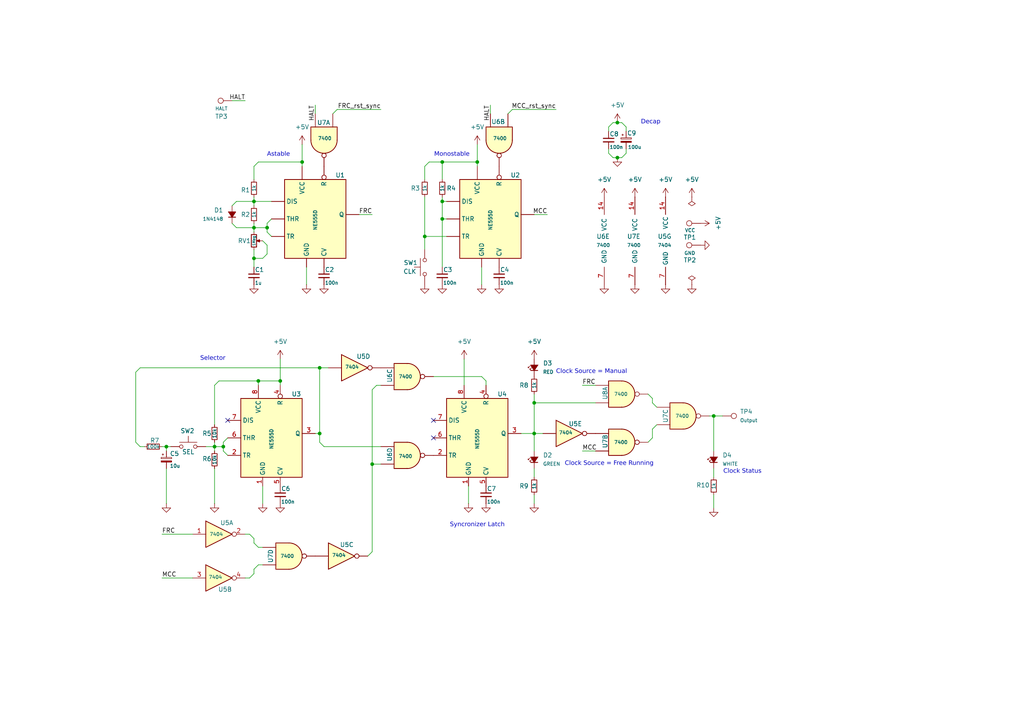
<source format=kicad_sch>
(kicad_sch (version 20231120) (generator "eeschema") (generator_version "8.0")
  (paper "A4")
  (title_block (title "Clock Generation Module"))
  (junction (at 87.63 46.99))
  (junction (at 128.27 46.99))
  (junction (at 62.23 129.54))
  (junction (at 138.43 46.99))
  (junction (at 128.27 58.42))
  (junction (at 154.94 125.73))
  (junction (at 48.26 129.54))
  (junction (at 73.66 58.42))
  (junction (at 207.01 120.65))
  (junction (at 179.07 35.56))
  (junction (at 64.77 129.54))
  (junction (at 73.66 66.04))
  (junction (at 73.66 74.93))
  (junction (at 154.94 116.84))
  (junction (at 123.19 68.58))
  (junction (at 77.47 66.04))
  (junction (at 92.71 106.68))
  (junction (at 74.93 110.49))
  (junction (at 92.71 125.73))
  (junction (at 179.07 45.72))
  (junction (at 128.27 63.5))
  (junction (at 107.95 134.62))
  (junction (at 81.28 110.49))
  (no_connect (at 125.73 127))
  (no_connect (at 125.73 121.92))
  (no_connect (at 66.04 121.92))
  (wire (pts (xy 68.58 66.04) (xy 73.66 66.04)))
  (wire (pts (xy 62.23 129.54) (xy 62.23 130.81)))
  (wire (pts (xy 139.7 77.47) (xy 139.7 82.55)))
  (wire (pts (xy 77.47 64.77) (xy 77.47 66.04)))
  (wire (pts (xy 128.27 58.42) (xy 129.54 58.42)))
  (wire (pts (xy 106.68 161.29) (xy 107.95 160.02)))
  (wire (pts (xy 73.66 77.47) (xy 73.66 74.93)))
  (wire (pts (xy 73.66 66.04) (xy 73.66 67.31)))
  (wire (pts (xy 74.93 158.75) (xy 73.66 157.48)))
  (wire (pts (xy 128.27 58.42) (xy 128.27 63.5)))
  (wire (pts (xy 62.23 128.27) (xy 62.23 129.54)))
  (wire (pts (xy 81.28 104.14) (xy 81.28 110.49)))
  (wire (pts (xy 142.24 30.48) (xy 142.24 33.02)))
  (wire (pts (xy 46.99 154.94) (xy 55.88 154.94)))
  (wire (pts (xy 168.91 111.76) (xy 172.72 111.76)))
  (wire (pts (xy 71.12 154.94) (xy 72.39 154.94)))
  (wire (pts (xy 189.23 124.46) (xy 189.23 127)))
  (wire (pts (xy 73.66 166.37) (xy 72.39 167.64)))
  (wire (pts (xy 128.27 63.5) (xy 129.54 63.5)))
  (wire (pts (xy 154.94 116.84) (xy 172.72 116.84)))
  (wire (pts (xy 48.26 135.89) (xy 48.26 146.05)))
  (wire (pts (xy 73.66 52.07) (xy 73.66 48.26)))
  (wire (pts (xy 176.53 36.83) (xy 177.8 35.56)))
  (wire (pts (xy 74.93 163.83) (xy 76.2 163.83)))
  (wire (pts (xy 91.44 30.48) (xy 91.44 33.02)))
  (wire (pts (xy 73.66 64.77) (xy 73.66 66.04)))
  (wire (pts (xy 73.66 57.15) (xy 73.66 58.42)))
  (wire (pts (xy 107.95 134.62) (xy 107.95 160.02)))
  (wire (pts (xy 88.9 77.47) (xy 88.9 82.55)))
  (wire (pts (xy 140.97 110.49) (xy 140.97 111.76)))
  (wire (pts (xy 207.01 135.89) (xy 207.01 138.43)))
  (wire (pts (xy 190.5 123.19) (xy 189.23 124.46)))
  (wire (pts (xy 73.66 165.1) (xy 73.66 166.37)))
  (wire (pts (xy 93.98 129.54) (xy 92.71 128.27)))
  (wire (pts (xy 73.66 66.04) (xy 77.47 66.04)))
  (wire (pts (xy 73.66 58.42) (xy 73.66 59.69)))
  (wire (pts (xy 39.37 128.27) (xy 39.37 107.95)))
  (wire (pts (xy 104.14 62.23) (xy 107.95 62.23)))
  (wire (pts (xy 97.79 31.75) (xy 110.49 31.75)))
  (wire (pts (xy 176.53 44.45) (xy 177.8 45.72)))
  (wire (pts (xy 181.61 36.83) (xy 180.34 35.56)))
  (wire (pts (xy 73.66 74.93) (xy 73.66 72.39)))
  (wire (pts (xy 151.13 125.73) (xy 154.94 125.73)))
  (wire (pts (xy 154.94 62.23) (xy 158.75 62.23)))
  (wire (pts (xy 71.12 167.64) (xy 72.39 167.64)))
  (wire (pts (xy 148.59 31.75) (xy 161.29 31.75)))
  (wire (pts (xy 139.7 109.22) (xy 140.97 110.49)))
  (wire (pts (xy 190.5 118.11) (xy 189.23 116.84)))
  (wire (pts (xy 59.69 129.54) (xy 62.23 129.54)))
  (wire (pts (xy 73.66 156.21) (xy 73.66 157.48)))
  (wire (pts (xy 73.66 156.21) (xy 72.39 154.94)))
  (wire (pts (xy 76.2 140.97) (xy 76.2 146.05)))
  (wire (pts (xy 209.55 120.65) (xy 207.01 120.65)))
  (wire (pts (xy 181.61 38.1) (xy 181.61 36.83)))
  (wire (pts (xy 168.91 130.81) (xy 172.72 130.81)))
  (wire (pts (xy 180.34 45.72) (xy 181.61 44.45)))
  (wire (pts (xy 207.01 143.51) (xy 207.01 147.32)))
  (wire (pts (xy 128.27 63.5) (xy 128.27 77.47)))
  (wire (pts (xy 96.52 33.02) (xy 97.79 31.75)))
  (wire (pts (xy 179.07 45.72) (xy 180.34 45.72)))
  (wire (pts (xy 73.66 74.93) (xy 76.2 74.93)))
  (wire (pts (xy 177.8 45.72) (xy 179.07 45.72)))
  (wire (pts (xy 87.63 46.99) (xy 87.63 48.26)))
  (wire (pts (xy 74.93 110.49) (xy 74.93 111.76)))
  (wire (pts (xy 154.94 114.3) (xy 154.94 116.84)))
  (wire (pts (xy 154.94 135.89) (xy 154.94 138.43)))
  (wire (pts (xy 41.91 129.54) (xy 40.64 129.54)))
  (wire (pts (xy 63.5 110.49) (xy 74.93 110.49)))
  (wire (pts (xy 66.04 127) (xy 64.77 128.27)))
  (wire (pts (xy 91.44 125.73) (xy 92.71 125.73)))
  (wire (pts (xy 77.47 67.31) (xy 78.74 68.58)))
  (wire (pts (xy 134.62 104.14) (xy 134.62 111.76)))
  (wire (pts (xy 154.94 116.84) (xy 154.94 125.73)))
  (wire (pts (xy 189.23 115.57) (xy 187.96 114.3)))
  (wire (pts (xy 73.66 58.42) (xy 78.74 58.42)))
  (wire (pts (xy 107.95 113.03) (xy 107.95 134.62)))
  (wire (pts (xy 109.22 111.76) (xy 107.95 113.03)))
  (wire (pts (xy 48.26 129.54) (xy 49.53 129.54)))
  (wire (pts (xy 138.43 46.99) (xy 138.43 48.26)))
  (wire (pts (xy 123.19 68.58) (xy 129.54 68.58)))
  (wire (pts (xy 77.47 71.12) (xy 77.47 73.66)))
  (wire (pts (xy 40.64 106.68) (xy 92.71 106.68)))
  (wire (pts (xy 73.66 58.42) (xy 68.58 58.42)))
  (wire (pts (xy 40.64 129.54) (xy 39.37 128.27)))
  (wire (pts (xy 181.61 43.18) (xy 181.61 44.45)))
  (wire (pts (xy 74.93 163.83) (xy 73.66 165.1)))
  (wire (pts (xy 128.27 57.15) (xy 128.27 58.42)))
  (wire (pts (xy 87.63 41.91) (xy 87.63 46.99)))
  (wire (pts (xy 138.43 41.91) (xy 138.43 46.99)))
  (wire (pts (xy 62.23 135.89) (xy 62.23 146.05)))
  (wire (pts (xy 154.94 130.81) (xy 154.94 125.73)))
  (wire (pts (xy 78.74 63.5) (xy 77.47 64.77)))
  (wire (pts (xy 92.71 106.68) (xy 95.25 106.68)))
  (wire (pts (xy 154.94 146.05) (xy 154.94 143.51)))
  (wire (pts (xy 177.8 35.56) (xy 179.07 35.56)))
  (wire (pts (xy 68.58 58.42) (xy 67.31 59.69)))
  (wire (pts (xy 46.99 167.64) (xy 55.88 167.64)))
  (wire (pts (xy 64.77 129.54) (xy 64.77 130.81)))
  (wire (pts (xy 123.19 68.58) (xy 123.19 72.39)))
  (wire (pts (xy 74.93 46.99) (xy 87.63 46.99)))
  (wire (pts (xy 76.2 158.75) (xy 74.93 158.75)))
  (wire (pts (xy 76.2 69.85) (xy 77.47 71.12)))
  (wire (pts (xy 64.77 128.27) (xy 64.77 129.54)))
  (wire (pts (xy 81.28 110.49) (xy 81.28 111.76)))
  (wire (pts (xy 124.46 46.99) (xy 128.27 46.99)))
  (wire (pts (xy 46.99 129.54) (xy 48.26 129.54)))
  (wire (pts (xy 92.71 125.73) (xy 92.71 128.27)))
  (wire (pts (xy 147.32 33.02) (xy 148.59 31.75)))
  (wire (pts (xy 125.73 109.22) (xy 139.7 109.22)))
  (wire (pts (xy 73.66 48.26) (xy 74.93 46.99)))
  (wire (pts (xy 67.31 29.21) (xy 71.12 29.21)))
  (wire (pts (xy 110.49 111.76) (xy 109.22 111.76)))
  (wire (pts (xy 135.89 140.97) (xy 135.89 146.05)))
  (wire (pts (xy 176.53 38.1) (xy 176.53 36.83)))
  (wire (pts (xy 77.47 66.04) (xy 77.47 67.31)))
  (wire (pts (xy 128.27 46.99) (xy 138.43 46.99)))
  (wire (pts (xy 154.94 125.73) (xy 157.48 125.73)))
  (wire (pts (xy 77.47 73.66) (xy 76.2 74.93)))
  (wire (pts (xy 92.71 106.68) (xy 92.71 125.73)))
  (wire (pts (xy 176.53 43.18) (xy 176.53 44.45)))
  (wire (pts (xy 64.77 130.81) (xy 66.04 132.08)))
  (wire (pts (xy 179.07 35.56) (xy 180.34 35.56)))
  (wire (pts (xy 62.23 123.19) (xy 62.23 111.76)))
  (wire (pts (xy 207.01 120.65) (xy 207.01 130.81)))
  (wire (pts (xy 205.74 120.65) (xy 207.01 120.65)))
  (wire (pts (xy 67.31 64.77) (xy 68.58 66.04)))
  (wire (pts (xy 62.23 129.54) (xy 64.77 129.54)))
  (wire (pts (xy 48.26 129.54) (xy 48.26 130.81)))
  (wire (pts (xy 189.23 115.57) (xy 189.23 116.84)))
  (wire (pts (xy 107.95 134.62) (xy 110.49 134.62)))
  (wire (pts (xy 123.19 48.26) (xy 124.46 46.99)))
  (wire (pts (xy 123.19 57.15) (xy 123.19 68.58)))
  (wire (pts (xy 110.49 129.54) (xy 93.98 129.54)))
  (wire (pts (xy 123.19 52.07) (xy 123.19 48.26)))
  (wire (pts (xy 39.37 107.95) (xy 40.64 106.68)))
  (wire (pts (xy 62.23 111.76) (xy 63.5 110.49)))
  (wire (pts (xy 189.23 127) (xy 187.96 128.27)))
  (wire (pts (xy 128.27 46.99) (xy 128.27 52.07)))
  (wire (pts (xy 74.93 110.49) (xy 81.28 110.49)))
  (text "Clock Status" (at 209.804 137.16 0) (effects (font (size 1.27 1.27)) (justify left)))
  (text "Syncronizer Latch" (at 138.43 152.654 0) (effects (font (size 1.27 1.27))))
  (text "Astable" (at 80.772 45.212 0) (effects (font (size 1.27 1.27))))
  (text "Clock Source = Free Running" (at 163.83 134.874 0) (effects (font (size 1.27 1.27)) (justify left)))
  (text "Monostable" (at 131.064 45.212 0) (effects (font (size 1.27 1.27))))
  (text "Selector" (at 61.722 104.394 0) (effects (font (size 1.27 1.27))))
  (text "Clock Source = Manual" (at 161.29 108.204 0) (effects (font (size 1.27 1.27)) (justify left)))
  (text "Decap" (at 188.722 35.814 0) (effects (font (size 1.27 1.27))))
  (label "HALT" (at 71.12 29.21 180))
  (label "HALT" (at 142.24 30.48 270))
  (label "FRC" (at 168.91 111.76 0))
  (label "MCC" (at 158.75 62.23 180))
  (label "FRC" (at 46.99 154.94 0))
  (label "MCC" (at 46.99 167.64 0))
  (label "MCC" (at 168.91 130.81 0))
  (label "MCC_rst_sync" (at 161.29 31.75 180))
  (label "FRC_rst_sync" (at 110.49 31.75 180))
  (label "HALT" (at 91.44 30.48 270))
  (label "FRC" (at 107.95 62.23 180))
  (symbol (lib_id "8bitcomp:7404") (at 63.5 167.64 0) (unit 2)
    (property "Reference" "U5" (at 65.278 170.942 0))
    (property "Value" "7404" (at 62.484 167.386 0) (effects (font (size 1 1))))
    (property "Footprint" "8bitcomp:SOIC-14_3.9x8.7mm_P1.27mm" (effects (hide yes)))
    (property "Datasheet" "http://www.ti.com/lit/gpn/sn74LS04" (effects (hide yes)))
    (property "Description" "Hex Inverter" (effects (hide yes)))
  )
  (symbol (lib_id "8bitcomp:+5V") (at 134.62 104.14 0) (unit 1)
    (property "Reference" "#PWR010" (effects (hide yes)))
    (property "Value" "+5V" (at 134.62 99.06 0))
    (property "Description" "Power symbol creates a global label with name \"+5V\"" (effects (hide yes)))
  )
  (symbol (lib_id "8bitcomp:GND") (at 154.94 146.05 0) (unit 1)
    (property "Reference" "#PWR029" (effects (hide yes)))
    (property "Value" "GND" (effects (hide yes)))
    (property "Description" "Power symbol creates a global label with name \"GND\" , ground" (effects (hide yes)))
  )
  (symbol (lib_id "8bitcomp:Res") (at 62.23 133.35 0) (unit 1)
    (property "Reference" "R6" (at 58.674 133.096 0) (effects (justify left)))
    (property "Value" "10k" (at 62.23 133.35 90) (effects (font (size 1 1))))
    (property "Footprint" "8bitcomp:R_0603_1608Metric_Pad0.98x0.95mm_HandSolder" (effects (hide yes)))
    (property "Description" "Resistor, small symbol" (effects (hide yes)))
  )
  (symbol (lib_id "8bitcomp:+5V") (at 200.66 57.15 0) (unit 1)
    (property "Reference" "#PWR08" (effects (hide yes)))
    (property "Value" "+5V" (at 200.66 52.07 0))
    (property "Description" "Power symbol creates a global label with name \"+5V\"" (effects (hide yes)))
  )
  (symbol (lib_name "7400_7") (lib_id "8bitcomp:7400") (at 180.34 114.3 0) (unit 1)
    (property "Reference" "U8" (at 175.514 114.046 90))
    (property "Value" "7400" (at 180.086 114.3 0) (effects (font (size 1 1))))
    (property "Footprint" "8bitcomp:SOIC-14_3.9x8.7mm_P1.27mm" (effects (hide yes)))
    (property "Datasheet" "http://www.ti.com/lit/gpn/sn7400" (effects (hide yes)))
    (property "Description" "quad 2-input NAND gate" (effects (hide yes)))
  )
  (symbol (lib_name "7404_1") (lib_id "8bitcomp:7404") (at 102.87 106.68 0) (unit 4)
    (property "Reference" "U5" (at 105.41 103.378 0))
    (property "Value" "7404" (at 102.108 106.426 0) (effects (font (size 1 1))))
    (property "Footprint" "8bitcomp:SOIC-14_3.9x8.7mm_P1.27mm" (effects (hide yes)))
    (property "Datasheet" "http://www.ti.com/lit/gpn/sn74LS04" (effects (hide yes)))
    (property "Description" "Hex Inverter" (effects (hide yes)))
  )
  (symbol (lib_id "8bitcomp:+5V") (at 179.07 35.56 0) (unit 1)
    (property "Reference" "#PWR031" (effects (hide yes)))
    (property "Value" "+5V" (at 179.07 30.48 0))
    (property "Description" "Power symbol creates a global label with name \"+5V\"" (effects (hide yes)))
  )
  (symbol (lib_name "NE555D_1") (lib_id "8bitcomp:NE555D") (at 91.44 63.5 0) (unit 1)
    (property "Reference" "U1" (at 97.282 50.8 0) (effects (justify left)))
    (property "Value" "NE555D" (at 91.44 66.802 90) (effects (font (size 1 1)) (justify left)))
    (property "Footprint" "8bitcomp:SOIC-8_3.9x4.9mm_P1.27mm" (effects (hide yes)))
    (property "Datasheet" "http://www.ti.com/lit/ds/symlink/ne555.pdf" (effects (hide yes)))
    (property "Description" "Precision Timers, 555 compatible, SOIC-8" (effects (hide yes)))
  )
  (symbol (lib_id "8bitcomp:Cap") (at 128.27 80.01 0) (unit 1)
    (property "Reference" "C3" (at 128.524 78.232 0) (effects (justify left)))
    (property "Value" "100n" (at 128.524 82.042 0) (effects (font (size 1 1)) (justify left)))
    (property "Footprint" "8bitcomp:C_0603_1608Metric_Pad1.08x0.95mm_HandSolder" (effects (hide yes)))
    (property "Description" "Unpolarized capacitor, small symbol" (effects (hide yes)))
  )
  (symbol (lib_id "8bitcomp:Cap-Polarized") (at 181.61 40.64 0) (unit 1)
    (property "Reference" "C9" (at 181.864 38.608 0) (effects (justify left)))
    (property "Value" "100u" (at 182.118 42.672 0) (effects (font (size 1 1)) (justify left)))
    (property "Footprint" "8bitcomp:CP_EIA-3216-18_Kemet-A" (effects (hide yes)))
    (property "Description" "Polarized capacitor, small symbol" (effects (hide yes)))
  )
  (symbol (lib_id "8bitcomp:Res") (at 207.01 140.97 0) (unit 1)
    (property "Reference" "R10" (at 201.93 140.716 0) (effects (justify left)))
    (property "Value" "1k" (at 207.01 140.97 90) (effects (font (size 1 1))))
    (property "Footprint" "8bitcomp:R_0603_1608Metric_Pad0.98x0.95mm_HandSolder" (effects (hide yes)))
    (property "Description" "Resistor, small symbol" (effects (hide yes)))
  )
  (symbol (lib_id "8bitcomp:Res") (at 128.27 54.61 0) (unit 1)
    (property "Reference" "R4" (at 129.54 54.61 0) (effects (justify left)))
    (property "Value" "1k" (at 128.27 54.61 90) (effects (font (size 1 1))))
    (property "Footprint" "8bitcomp:R_0603_1608Metric_Pad0.98x0.95mm_HandSolder" (effects (hide yes)))
    (property "Description" "Resistor, small symbol" (effects (hide yes)))
  )
  (symbol (lib_id "8bitcomp:GND") (at 123.19 82.55 0) (unit 1)
    (property "Reference" "#PWR014" (effects (hide yes)))
    (property "Value" "GND" (effects (hide yes)))
    (property "Description" "Power symbol creates a global label with name \"GND\" , ground" (effects (hide yes)))
  )
  (symbol (lib_id "8bitcomp:GND") (at 76.2 146.05 0) (unit 1)
    (property "Reference" "#PWR025" (effects (hide yes)))
    (property "Value" "GND" (effects (hide yes)))
    (property "Description" "Power symbol creates a global label with name \"GND\" , ground" (effects (hide yes)))
  )
  (symbol (lib_id "8bitcomp:Cap") (at 93.98 80.01 0) (unit 1)
    (property "Reference" "C2" (at 94.234 78.232 0) (effects (justify left)))
    (property "Value" "100n" (at 94.234 82.042 0) (effects (font (size 1 1)) (justify left)))
    (property "Footprint" "8bitcomp:C_0603_1608Metric_Pad1.08x0.95mm_HandSolder" (effects (hide yes)))
    (property "Description" "Unpolarized capacitor, small symbol" (effects (hide yes)))
  )
  (symbol (lib_id "8bitcomp:+5V") (at 175.26 57.15 0) (unit 1)
    (property "Reference" "#PWR05" (effects (hide yes)))
    (property "Value" "+5V" (at 175.26 52.07 0))
    (property "Description" "Power symbol creates a global label with name \"+5V\"" (effects (hide yes)))
  )
  (symbol (lib_id "8bitcomp:TestPoint") (at 209.55 120.65 270) (unit 1)
    (property "Reference" "TP4" (at 214.63 119.3799 90) (effects (justify left)))
    (property "Value" "Output" (at 214.63 121.92 90) (effects (font (size 1 1)) (justify left)))
    (property "Footprint" "8bitcomp:TestPoint_Pad_D3.0mm" (effects (hide yes)))
    (property "Description" "test point" (effects (hide yes)))
  )
  (symbol (lib_name "7400_8") (lib_id "8bitcomp:7400") (at 198.12 120.65 0) (unit 3)
    (property "Reference" "U7" (at 193.04 120.65 90))
    (property "Value" "7400" (at 197.866 120.65 0) (effects (font (size 1 1))))
    (property "Footprint" "8bitcomp:SOIC-14_3.9x8.7mm_P1.27mm" (effects (hide yes)))
    (property "Datasheet" "http://www.ti.com/lit/gpn/sn7400" (effects (hide yes)))
    (property "Description" "quad 2-input NAND gate" (effects (hide yes)))
  )
  (symbol (lib_id "8bitcomp:GND") (at 179.07 45.72 0) (unit 1)
    (property "Reference" "#PWR032" (effects (hide yes)))
    (property "Value" "GND" (effects (hide yes)))
    (property "Description" "Power symbol creates a global label with name \"GND\" , ground" (effects (hide yes)))
  )
  (symbol (lib_id "8bitcomp:TestPoint") (at 203.2 64.77 90) (unit 1)
    (property "Reference" "TP1" (at 201.93 68.834 90) (effects (justify left)))
    (property "Value" "VCC" (at 201.676 66.802 90) (effects (font (size 1 1)) (justify left)))
    (property "Footprint" "8bitcomp:TestPoint_Pad_D3.0mm" (effects (hide yes)))
    (property "Description" "test point" (effects (hide yes)))
  )
  (symbol (lib_id "8bitcomp:+5V") (at 203.2 64.77 270) (unit 1)
    (property "Reference" "#PWR03" (effects (hide yes)))
    (property "Value" "+5V" (at 208.28 64.77 0))
    (property "Description" "Power symbol creates a global label with name \"+5V\"" (effects (hide yes)))
  )
  (symbol (lib_id "power:PWR_FLAG") (at 200.66 57.15 180) (unit 1)
    (property "Reference" "#FLG02" (effects (hide yes)))
    (property "Value" "PWR_FLAG" (effects (hide yes)))
    (property "Description" "Special symbol for telling ERC where power comes from" (effects (hide yes)))
  )
  (symbol (lib_id "8bitcomp:Res") (at 73.66 54.61 0) (unit 1)
    (property "Reference" "R1" (at 69.85 55.118 0) (effects (justify left)))
    (property "Value" "1k" (at 73.66 54.61 90) (effects (font (size 1 1))))
    (property "Footprint" "8bitcomp:R_0603_1608Metric_Pad0.98x0.95mm_HandSolder" (effects (hide yes)))
    (property "Description" "Resistor, small symbol" (effects (hide yes)))
  )
  (symbol (lib_id "8bitcomp:GND") (at 207.01 147.32 0) (unit 1)
    (property "Reference" "#PWR030" (effects (hide yes)))
    (property "Value" "GND" (effects (hide yes)))
    (property "Description" "Power symbol creates a global label with name \"GND\" , ground" (effects (hide yes)))
  )
  (symbol (lib_id "8bitcomp:NE555D") (at 138.43 127 0) (unit 1)
    (property "Reference" "U4" (at 144.272 114.3 0) (effects (justify left)))
    (property "Value" "NE555D" (at 138.43 130.302 90) (effects (font (size 1 1)) (justify left)))
    (property "Footprint" "8bitcomp:SOIC-8_3.9x4.9mm_P1.27mm" (effects (hide yes)))
    (property "Datasheet" "http://www.ti.com/lit/ds/symlink/ne555.pdf" (effects (hide yes)))
    (property "Description" "Precision Timers, 555 compatible, SOIC-8" (effects (hide yes)))
  )
  (symbol (lib_id "8bitcomp:+5V") (at 81.28 104.14 0) (unit 1)
    (property "Reference" "#PWR09" (effects (hide yes)))
    (property "Value" "+5V" (at 81.28 99.06 0))
    (property "Description" "Power symbol creates a global label with name \"+5V\"" (effects (hide yes)))
  )
  (symbol (lib_id "8bitcomp:GND") (at 128.27 82.55 0) (unit 1)
    (property "Reference" "#PWR015" (effects (hide yes)))
    (property "Value" "GND" (effects (hide yes)))
    (property "Description" "Power symbol creates a global label with name \"GND\" , ground" (effects (hide yes)))
  )
  (symbol (lib_id "8bitcomp:GND") (at 135.89 146.05 0) (unit 1)
    (property "Reference" "#PWR027" (effects (hide yes)))
    (property "Value" "GND" (effects (hide yes)))
    (property "Description" "Power symbol creates a global label with name \"GND\" , ground" (effects (hide yes)))
  )
  (symbol (lib_id "8bitcomp:Res") (at 154.94 111.76 0) (unit 1)
    (property "Reference" "R8" (at 150.622 111.76 0) (effects (justify left)))
    (property "Value" "1k" (at 154.94 111.76 90) (effects (font (size 1 1))))
    (property "Footprint" "8bitcomp:R_0603_1608Metric_Pad0.98x0.95mm_HandSolder" (effects (hide yes)))
    (property "Description" "Resistor, small symbol" (effects (hide yes)))
  )
  (symbol (lib_id "8bitcomp:7400") (at 184.15 69.85 0) (unit 5)
    (property "Reference" "U7" (at 181.864 68.58 0) (effects (justify left)))
    (property "Value" "7400" (at 181.864 71.1201 0) (effects (font (size 1 1)) (justify left)))
    (property "Footprint" "8bitcomp:SOIC-14_3.9x8.7mm_P1.27mm" (effects (hide yes)))
    (property "Datasheet" "http://www.ti.com/lit/gpn/sn7400" (effects (hide yes)))
    (property "Description" "quad 2-input NAND gate" (effects (hide yes)))
  )
  (symbol (lib_id "8bitcomp:+5V") (at 184.15 57.15 0) (unit 1)
    (property "Reference" "#PWR06" (effects (hide yes)))
    (property "Value" "+5V" (at 184.15 52.07 0))
    (property "Description" "Power symbol creates a global label with name \"+5V\"" (effects (hide yes)))
  )
  (symbol (lib_id "8bitcomp:GND") (at 144.78 82.55 0) (unit 1)
    (property "Reference" "#PWR017" (effects (hide yes)))
    (property "Value" "GND" (effects (hide yes)))
    (property "Description" "Power symbol creates a global label with name \"GND\" , ground" (effects (hide yes)))
  )
  (symbol (lib_id "8bitcomp:GND") (at 81.28 146.05 0) (unit 1)
    (property "Reference" "#PWR026" (effects (hide yes)))
    (property "Value" "GND" (effects (hide yes)))
    (property "Description" "Power symbol creates a global label with name \"GND\" , ground" (effects (hide yes)))
  )
  (symbol (lib_id "8bitcomp:GND") (at 200.66 82.55 0) (unit 1)
    (property "Reference" "#PWR021" (effects (hide yes)))
    (property "Value" "GND" (effects (hide yes)))
    (property "Description" "Power symbol creates a global label with name \"GND\" , ground" (effects (hide yes)))
  )
  (symbol (lib_id "8bitcomp:GND") (at 93.98 82.55 0) (unit 1)
    (property "Reference" "#PWR013" (effects (hide yes)))
    (property "Value" "GND" (effects (hide yes)))
    (property "Description" "Power symbol creates a global label with name \"GND\" , ground" (effects (hide yes)))
  )
  (symbol (lib_id "8bitcomp:GND") (at 48.26 146.05 0) (unit 1)
    (property "Reference" "#PWR023" (effects (hide yes)))
    (property "Value" "GND" (effects (hide yes)))
    (property "Description" "Power symbol creates a global label with name \"GND\" , ground" (effects (hide yes)))
  )
  (symbol (lib_id "8bitcomp:Res") (at 123.19 54.61 0) (unit 1)
    (property "Reference" "R3" (at 119.126 54.61 0) (effects (justify left)))
    (property "Value" "1k" (at 123.19 54.61 90) (effects (font (size 1 1))))
    (property "Footprint" "8bitcomp:R_0603_1608Metric_Pad0.98x0.95mm_HandSolder" (effects (hide yes)))
    (property "Description" "Resistor, small symbol" (effects (hide yes)))
  )
  (symbol (lib_name "7400_2") (lib_id "8bitcomp:7400") (at 144.78 40.64 270) (unit 2)
    (property "Reference" "U6" (at 142.494 35.306 90) (effects (justify left)))
    (property "Value" "7400" (at 143.002 40.132 90) (effects (font (size 1 1)) (justify left)))
    (property "Footprint" "8bitcomp:SOIC-14_3.9x8.7mm_P1.27mm" (effects (hide yes)))
    (property "Datasheet" "http://www.ti.com/lit/gpn/sn7400" (effects (hide yes)))
    (property "Description" "quad 2-input NAND gate" (effects (hide yes)))
  )
  (symbol (lib_id "8bitcomp:TestPoint") (at 67.31 29.21 90) (unit 1)
    (property "Reference" "TP3" (at 66.04 33.782 90) (effects (justify left)))
    (property "Value" "HALT" (at 66.04 31.496 90) (effects (font (size 1 1)) (justify left)))
    (property "Footprint" "8bitcomp:TestPoint_Pad_D3.0mm" (effects (hide yes)))
    (property "Description" "test point" (effects (hide yes)))
  )
  (symbol (lib_id "8bitcomp:Diode") (at 67.31 62.23 270) (mirror x) (unit 1)
    (property "Reference" "D1" (at 64.77 60.9599 90) (effects (justify right)))
    (property "Value" "1N4148" (at 64.77 63.5 90) (effects (font (size 1 1)) (justify right)))
    (property "Footprint" "8bitcomp:D_SOD-323" (effects (hide yes)))
    (property "Description" "Diode, small symbol, filled shape" (effects (hide yes)))
    (property "Sim.Device" "D" (effects (hide yes)))
    (property "Sim.Pins" "1=K 2=A" (effects (hide yes)))
  )
  (symbol (lib_name "7400_4") (lib_id "8bitcomp:7400") (at 118.11 109.22 0) (unit 3)
    (property "Reference" "U6" (at 113.03 108.966 90))
    (property "Value" "7400" (at 117.602 109.22 0) (effects (font (size 1 1))))
    (property "Footprint" "8bitcomp:SOIC-14_3.9x8.7mm_P1.27mm" (effects (hide yes)))
    (property "Datasheet" "http://www.ti.com/lit/gpn/sn7400" (effects (hide yes)))
    (property "Description" "quad 2-input NAND gate" (effects (hide yes)))
  )
  (symbol (lib_id "8bitcomp:+5V") (at 154.94 104.14 0) (unit 1)
    (property "Reference" "#PWR011" (effects (hide yes)))
    (property "Value" "+5V" (at 154.94 99.06 0))
    (property "Description" "Power symbol creates a global label with name \"+5V\"" (effects (hide yes)))
  )
  (symbol (lib_id "8bitcomp:Cap") (at 81.28 143.51 0) (unit 1)
    (property "Reference" "C6" (at 81.534 141.732 0) (effects (justify left)))
    (property "Value" "100n" (at 81.534 145.542 0) (effects (font (size 1 1)) (justify left)))
    (property "Footprint" "8bitcomp:C_0603_1608Metric_Pad1.08x0.95mm_HandSolder" (effects (hide yes)))
    (property "Description" "Unpolarized capacitor, small symbol" (effects (hide yes)))
  )
  (symbol (lib_id "8bitcomp:+5V") (at 87.63 41.91 0) (unit 1)
    (property "Reference" "#PWR01" (effects (hide yes)))
    (property "Value" "+5V" (at 87.63 36.83 0))
    (property "Description" "Power symbol creates a global label with name \"+5V\"" (effects (hide yes)))
  )
  (symbol (lib_id "8bitcomp:Cap") (at 140.97 143.51 0) (unit 1)
    (property "Reference" "C7" (at 141.224 141.732 0) (effects (justify left)))
    (property "Value" "100n" (at 141.224 145.542 0) (effects (font (size 1 1)) (justify left)))
    (property "Footprint" "8bitcomp:C_0603_1608Metric_Pad1.08x0.95mm_HandSolder" (effects (hide yes)))
    (property "Description" "Unpolarized capacitor, small symbol" (effects (hide yes)))
  )
  (symbol (lib_id "8bitcomp:7404") (at 63.5 154.94 0) (unit 1)
    (property "Reference" "U5" (at 65.786 151.638 0))
    (property "Value" "7404" (at 62.738 154.94 0) (effects (font (size 1 1))))
    (property "Footprint" "8bitcomp:SOIC-14_3.9x8.7mm_P1.27mm" (effects (hide yes)))
    (property "Datasheet" "http://www.ti.com/lit/gpn/sn74LS04" (effects (hide yes)))
    (property "Description" "Hex Inverter" (effects (hide yes)))
  )
  (symbol (lib_name "7400_3") (lib_id "8bitcomp:7400") (at 118.11 132.08 0) (unit 4)
    (property "Reference" "U6" (at 113.03 131.826 90))
    (property "Value" "7400" (at 117.602 132.334 0) (effects (font (size 1 1))))
    (property "Footprint" "8bitcomp:SOIC-14_3.9x8.7mm_P1.27mm" (effects (hide yes)))
    (property "Datasheet" "http://www.ti.com/lit/gpn/sn7400" (effects (hide yes)))
    (property "Description" "quad 2-input NAND gate" (effects (hide yes)))
  )
  (symbol (lib_id "8bitcomp:GND") (at 193.04 82.55 0) (unit 1)
    (property "Reference" "#PWR020" (effects (hide yes)))
    (property "Value" "GND" (effects (hide yes)))
    (property "Description" "Power symbol creates a global label with name \"GND\" , ground" (effects (hide yes)))
  )
  (symbol (lib_id "8bitcomp:Res") (at 154.94 140.97 0) (unit 1)
    (property "Reference" "R9" (at 150.622 140.97 0) (effects (justify left)))
    (property "Value" "1k" (at 154.94 140.97 90) (effects (font (size 1 1))))
    (property "Footprint" "8bitcomp:R_0603_1608Metric_Pad0.98x0.95mm_HandSolder" (effects (hide yes)))
    (property "Description" "Resistor, small symbol" (effects (hide yes)))
  )
  (symbol (lib_name "7404_2") (lib_id "8bitcomp:7404") (at 99.06 161.29 0) (unit 3)
    (property "Reference" "U5" (at 100.584 157.988 0))
    (property "Value" "7404" (at 98.298 161.036 0) (effects (font (size 1 1))))
    (property "Footprint" "8bitcomp:SOIC-14_3.9x8.7mm_P1.27mm" (effects (hide yes)))
    (property "Datasheet" "http://www.ti.com/lit/gpn/sn74LS04" (effects (hide yes)))
    (property "Description" "Hex Inverter" (effects (hide yes)))
  )
  (symbol (lib_id "8bitcomp:TestPoint") (at 203.2 71.12 90) (unit 1)
    (property "Reference" "TP2" (at 201.93 75.438 90) (effects (justify left)))
    (property "Value" "GND" (at 201.676 73.406 90) (effects (font (size 1 1)) (justify left)))
    (property "Footprint" "8bitcomp:TestPoint_Pad_D3.0mm" (effects (hide yes)))
    (property "Description" "test point" (effects (hide yes)))
  )
  (symbol (lib_id "8bitcomp:NE555D") (at 78.74 127 0) (unit 1)
    (property "Reference" "U3" (at 84.582 114.3 0) (effects (justify left)))
    (property "Value" "NE555D" (at 78.74 130.302 90) (effects (font (size 1 1)) (justify left)))
    (property "Footprint" "8bitcomp:SOIC-8_3.9x4.9mm_P1.27mm" (effects (hide yes)))
    (property "Datasheet" "http://www.ti.com/lit/ds/symlink/ne555.pdf" (effects (hide yes)))
    (property "Description" "Precision Timers, 555 compatible, SOIC-8" (effects (hide yes)))
  )
  (symbol (lib_id "power:PWR_FLAG") (at 200.66 82.55 0) (unit 1)
    (property "Reference" "#FLG01" (effects (hide yes)))
    (property "Value" "PWR_FLAG" (effects (hide yes)))
    (property "Description" "Special symbol for telling ERC where power comes from" (effects (hide yes)))
  )
  (symbol (lib_id "8bitcomp:Cap") (at 73.66 80.01 0) (unit 1)
    (property "Reference" "C1" (at 73.914 78.232 0) (effects (justify left)))
    (property "Value" "1u" (at 73.914 82.042 0) (effects (font (size 1 1)) (justify left)))
    (property "Footprint" "8bitcomp:C_0603_1608Metric_Pad1.08x0.95mm_HandSolder" (effects (hide yes)))
    (property "Description" "Unpolarized capacitor, small symbol" (effects (hide yes)))
  )
  (symbol (lib_name "7400_6") (lib_id "8bitcomp:7400") (at 180.34 128.27 0) (unit 2)
    (property "Reference" "U7" (at 175.514 128.016 90))
    (property "Value" "7400" (at 180.086 128.27 0) (effects (font (size 1 1))))
    (property "Footprint" "8bitcomp:SOIC-14_3.9x8.7mm_P1.27mm" (effects (hide yes)))
    (property "Datasheet" "http://www.ti.com/lit/gpn/sn7400" (effects (hide yes)))
    (property "Description" "quad 2-input NAND gate" (effects (hide yes)))
  )
  (symbol (lib_id "8bitcomp:7404") (at 193.04 69.85 0) (unit 7)
    (property "Reference" "U5" (at 190.754 68.58 0) (effects (justify left)))
    (property "Value" "7404" (at 190.754 71.1201 0) (effects (font (size 1 1)) (justify left)))
    (property "Footprint" "8bitcomp:SOIC-14_3.9x8.7mm_P1.27mm" (effects (hide yes)))
    (property "Datasheet" "http://www.ti.com/lit/gpn/sn74LS04" (effects (hide yes)))
    (property "Description" "Hex Inverter" (effects (hide yes)))
  )
  (symbol (lib_id "8bitcomp:+5V") (at 138.43 41.91 0) (unit 1)
    (property "Reference" "#PWR02" (effects (hide yes)))
    (property "Value" "+5V" (at 138.43 36.83 0))
    (property "Description" "Power symbol creates a global label with name \"+5V\"" (effects (hide yes)))
  )
  (symbol (lib_id "8bitcomp:7400") (at 175.26 69.85 0) (unit 5)
    (property "Reference" "U6" (at 172.974 68.58 0) (effects (justify left)))
    (property "Value" "7400" (at 172.974 71.1201 0) (effects (font (size 1 1)) (justify left)))
    (property "Footprint" "8bitcomp:SOIC-14_3.9x8.7mm_P1.27mm" (effects (hide yes)))
    (property "Datasheet" "http://www.ti.com/lit/gpn/sn7400" (effects (hide yes)))
    (property "Description" "quad 2-input NAND gate" (effects (hide yes)))
  )
  (symbol (lib_name "7404_3") (lib_id "8bitcomp:7404") (at 165.1 125.73 0) (unit 5)
    (property "Reference" "U5" (at 166.878 122.936 0))
    (property "Value" "7404" (at 164.084 125.476 0) (effects (font (size 1 1))))
    (property "Footprint" "8bitcomp:SOIC-14_3.9x8.7mm_P1.27mm" (effects (hide yes)))
    (property "Datasheet" "http://www.ti.com/lit/gpn/sn74LS04" (effects (hide yes)))
    (property "Description" "Hex Inverter" (effects (hide yes)))
  )
  (symbol (lib_id "8bitcomp:Res") (at 62.23 125.73 0) (unit 1)
    (property "Reference" "R5" (at 58.674 125.73 0) (effects (justify left)))
    (property "Value" "10k" (at 62.23 125.73 90) (effects (font (size 1 1))))
    (property "Footprint" "8bitcomp:R_0603_1608Metric_Pad0.98x0.95mm_HandSolder" (effects (hide yes)))
    (property "Description" "Resistor, small symbol" (effects (hide yes)))
  )
  (symbol (lib_id "8bitcomp:TacatileSW") (at 54.61 129.54 0) (unit 1)
    (property "Reference" "SW2" (at 52.324 124.968 0) (effects (justify left)))
    (property "Value" "SEL" (at 54.61 131.064 0))
    (property "Footprint" "8bitcomp:SW_SPST_EVQPE1" (effects (hide yes)))
    (property "Description" "Push button switch, generic, two pins" (effects (hide yes)))
  )
  (symbol (lib_id "8bitcomp:TacatileSW") (at 123.19 77.47 90) (unit 1)
    (property "Reference" "SW1" (at 121.158 76.2 90) (effects (justify left)))
    (property "Value" "CLK" (at 118.872 78.74 90))
    (property "Footprint" "8bitcomp:SW_SPST_EVQPE1" (effects (hide yes)))
    (property "Description" "Push button switch, generic, two pins" (effects (hide yes)))
  )
  (symbol (lib_id "8bitcomp:LED") (at 154.94 133.35 90) (unit 1)
    (property "Reference" "D2" (at 157.48 132.0164 90) (effects (justify right)))
    (property "Value" "GREEN" (at 157.48 134.5565 90) (effects (font (size 1 1)) (justify right)))
    (property "Footprint" "8bitcomp:LED_0603_1608Metric" (effects (hide yes)))
    (property "Description" "Light emitting diode, small symbol, filled shape" (effects (hide yes)))
  )
  (symbol (lib_name "7400_5") (lib_id "8bitcomp:7400") (at 83.82 161.29 0) (unit 4)
    (property "Reference" "U7" (at 78.486 161.29 90))
    (property "Value" "7400" (at 83.312 161.29 0) (effects (font (size 1 1))))
    (property "Footprint" "8bitcomp:SOIC-14_3.9x8.7mm_P1.27mm" (effects (hide yes)))
    (property "Datasheet" "http://www.ti.com/lit/gpn/sn7400" (effects (hide yes)))
    (property "Description" "quad 2-input NAND gate" (effects (hide yes)))
  )
  (symbol (lib_name "7400_1") (lib_id "8bitcomp:7400") (at 93.98 40.64 270) (unit 1)
    (property "Reference" "U7" (at 91.948 35.56 90) (effects (justify left)))
    (property "Value" "7400" (at 92.202 40.132 90) (effects (font (size 1 1)) (justify left)))
    (property "Footprint" "8bitcomp:SOIC-14_3.9x8.7mm_P1.27mm" (effects (hide yes)))
    (property "Datasheet" "http://www.ti.com/lit/gpn/sn7400" (effects (hide yes)))
    (property "Description" "quad 2-input NAND gate" (effects (hide yes)))
  )
  (symbol (lib_id "8bitcomp:GND") (at 139.7 82.55 0) (unit 1)
    (property "Reference" "#PWR016" (effects (hide yes)))
    (property "Value" "GND" (effects (hide yes)))
    (property "Description" "Power symbol creates a global label with name \"GND\" , ground" (effects (hide yes)))
  )
  (symbol (lib_id "8bitcomp:Cap") (at 176.53 40.64 0) (unit 1)
    (property "Reference" "C8" (at 176.784 38.862 0) (effects (justify left)))
    (property "Value" "100n" (at 176.784 42.672 0) (effects (font (size 1 1)) (justify left)))
    (property "Footprint" "8bitcomp:C_0603_1608Metric_Pad1.08x0.95mm_HandSolder" (effects (hide yes)))
    (property "Description" "Unpolarized capacitor, small symbol" (effects (hide yes)))
  )
  (symbol (lib_id "8bitcomp:GND") (at 88.9 82.55 0) (unit 1)
    (property "Reference" "#PWR012" (effects (hide yes)))
    (property "Value" "GND" (effects (hide yes)))
    (property "Description" "Power symbol creates a global label with name \"GND\" , ground" (effects (hide yes)))
  )
  (symbol (lib_id "8bitcomp:GND") (at 184.15 82.55 0) (unit 1)
    (property "Reference" "#PWR019" (effects (hide yes)))
    (property "Value" "GND" (effects (hide yes)))
    (property "Description" "Power symbol creates a global label with name \"GND\" , ground" (effects (hide yes)))
  )
  (symbol (lib_id "8bitcomp:+5V") (at 193.04 57.15 0) (unit 1)
    (property "Reference" "#PWR07" (effects (hide yes)))
    (property "Value" "+5V" (at 193.04 52.07 0))
    (property "Description" "Power symbol creates a global label with name \"+5V\"" (effects (hide yes)))
  )
  (symbol (lib_id "8bitcomp:LED") (at 154.94 106.68 90) (unit 1)
    (property "Reference" "D3" (at 157.48 105.3464 90) (effects (justify right)))
    (property "Value" "RED" (at 157.48 107.8865 90) (effects (font (size 1 1)) (justify right)))
    (property "Footprint" "8bitcomp:LED_0603_1608Metric" (effects (hide yes)))
    (property "Description" "Light emitting diode, small symbol, filled shape" (effects (hide yes)))
  )
  (symbol (lib_id "8bitcomp:Cap") (at 144.78 80.01 0) (unit 1)
    (property "Reference" "C4" (at 145.034 78.232 0) (effects (justify left)))
    (property "Value" "100n" (at 145.034 82.042 0) (effects (font (size 1 1)) (justify left)))
    (property "Footprint" "8bitcomp:C_0603_1608Metric_Pad1.08x0.95mm_HandSolder" (effects (hide yes)))
    (property "Description" "Unpolarized capacitor, small symbol" (effects (hide yes)))
  )
  (symbol (lib_id "8bitcomp:Res") (at 73.66 62.23 0) (unit 1)
    (property "Reference" "R2" (at 69.85 62.23 0) (effects (justify left)))
    (property "Value" "1k" (at 73.66 62.23 90) (effects (font (size 1 1))))
    (property "Footprint" "8bitcomp:R_0603_1608Metric_Pad0.98x0.95mm_HandSolder" (effects (hide yes)))
    (property "Description" "Resistor, small symbol" (effects (hide yes)))
  )
  (symbol (lib_id "8bitcomp:GND") (at 203.2 71.12 90) (unit 1)
    (property "Reference" "#PWR022" (effects (hide yes)))
    (property "Value" "GND" (effects (hide yes)))
    (property "Description" "Power symbol creates a global label with name \"GND\" , ground" (effects (hide yes)))
  )
  (symbol (lib_id "8bitcomp:GND") (at 73.66 82.55 0) (unit 1)
    (property "Reference" "#PWR04" (effects (hide yes)))
    (property "Value" "GND" (effects (hide yes)))
    (property "Description" "Power symbol creates a global label with name \"GND\" , ground" (effects (hide yes)))
  )
  (symbol (lib_name "NE555D_2") (lib_id "8bitcomp:NE555D") (at 142.24 63.5 0) (unit 1)
    (property "Reference" "U2" (at 148.082 50.8 0) (effects (justify left)))
    (property "Value" "NE555D" (at 142.24 66.802 90) (effects (font (size 1 1)) (justify left)))
    (property "Footprint" "8bitcomp:SOIC-8_3.9x4.9mm_P1.27mm" (effects (hide yes)))
    (property "Datasheet" "http://www.ti.com/lit/ds/symlink/ne555.pdf" (effects (hide yes)))
    (property "Description" "Precision Timers, 555 compatible, SOIC-8" (effects (hide yes)))
  )
  (symbol (lib_id "8bitcomp:GND") (at 175.26 82.55 0) (unit 1)
    (property "Reference" "#PWR018" (effects (hide yes)))
    (property "Value" "GND" (effects (hide yes)))
    (property "Description" "Power symbol creates a global label with name \"GND\" , ground" (effects (hide yes)))
  )
  (symbol (lib_id "8bitcomp:GND") (at 140.97 146.05 0) (unit 1)
    (property "Reference" "#PWR028" (effects (hide yes)))
    (property "Value" "GND" (effects (hide yes)))
    (property "Description" "Power symbol creates a global label with name \"GND\" , ground" (effects (hide yes)))
  )
  (symbol (lib_id "8bitcomp:GND") (at 62.23 146.05 0) (unit 1)
    (property "Reference" "#PWR024" (effects (hide yes)))
    (property "Value" "GND" (effects (hide yes)))
    (property "Description" "Power symbol creates a global label with name \"GND\" , ground" (effects (hide yes)))
  )
  (symbol (lib_id "8bitcomp:R_Pot") (at 73.66 69.85 0) (unit 1)
    (property "Reference" "RV1" (at 70.866 69.85 0))
    (property "Value" "1Meg" (at 73.66 69.85 90) (effects (font (size 0.75 0.75))))
    (property "Footprint" "8bitcomp:Potentiometer_Piher_PT-15-V15_Vertical_Hole" (effects (hide yes)))
    (property "Description" "Potentiometer" (effects (hide yes)))
  )
  (symbol (lib_id "8bitcomp:Cap-Polarized") (at 48.26 133.35 0) (unit 1)
    (property "Reference" "C5" (at 49.276 131.572 0) (effects (justify left)))
    (property "Value" "10u" (at 49.276 135.128 0) (effects (font (size 1 1)) (justify left)))
    (property "Footprint" "8bitcomp:CP_EIA-3216-18_Kemet-A" (effects (hide yes)))
    (property "Description" "Polarized capacitor, small symbol" (effects (hide yes)))
  )
  (symbol (lib_id "8bitcomp:Res") (at 44.45 129.54 90) (unit 1)
    (property "Reference" "R7" (at 46.228 127.762 90) (effects (justify left)))
    (property "Value" "100k" (at 44.45 129.54 90) (effects (font (size 1 1))))
    (property "Footprint" "8bitcomp:R_0603_1608Metric_Pad0.98x0.95mm_HandSolder" (effects (hide yes)))
    (property "Description" "Resistor, small symbol" (effects (hide yes)))
  )
  (symbol (lib_id "8bitcomp:LED") (at 207.01 133.35 90) (unit 1)
    (property "Reference" "D4" (at 209.55 132.0164 90) (effects (justify right)))
    (property "Value" "WHITE" (at 209.55 134.5565 90) (effects (font (size 1 1)) (justify right)))
    (property "Footprint" "8bitcomp:LED_0603_1608Metric" (effects (hide yes)))
    (property "Description" "Light emitting diode, small symbol, filled shape" (effects (hide yes)))
  )
)
</source>
